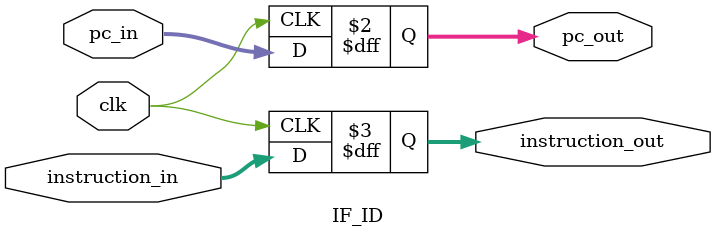
<source format=v>
module IF_ID( clk, pc_in, instruction_in, pc_out, instruction_out );
	input clk;
	input [31:0] pc_in;
	input [31:0] instruction_in;
	output reg [31:0] pc_out;
	output reg [31:0] instruction_out;
	
	always @ ( posedge clk ) begin
		pc_out = pc_in;
		instruction_out = instruction_in;
	end	
endmodule

</source>
